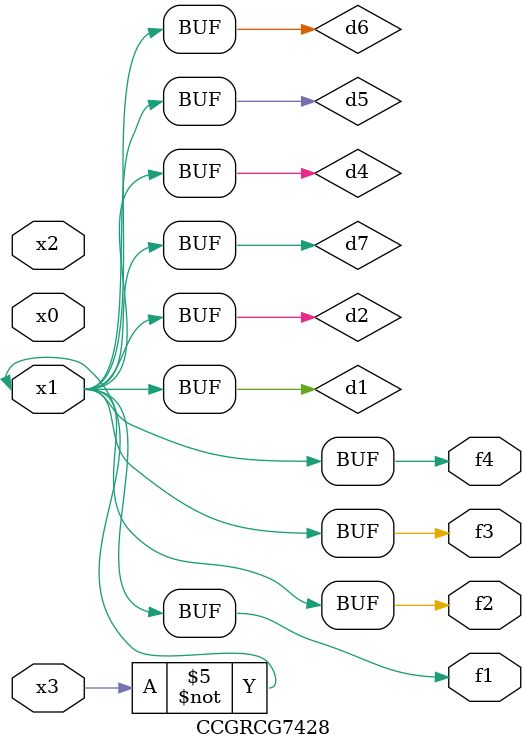
<source format=v>
module CCGRCG7428(
	input x0, x1, x2, x3,
	output f1, f2, f3, f4
);

	wire d1, d2, d3, d4, d5, d6, d7;

	not (d1, x3);
	buf (d2, x1);
	xnor (d3, d1, d2);
	nor (d4, d1);
	buf (d5, d1, d2);
	buf (d6, d4, d5);
	nand (d7, d4);
	assign f1 = d6;
	assign f2 = d7;
	assign f3 = d6;
	assign f4 = d6;
endmodule

</source>
